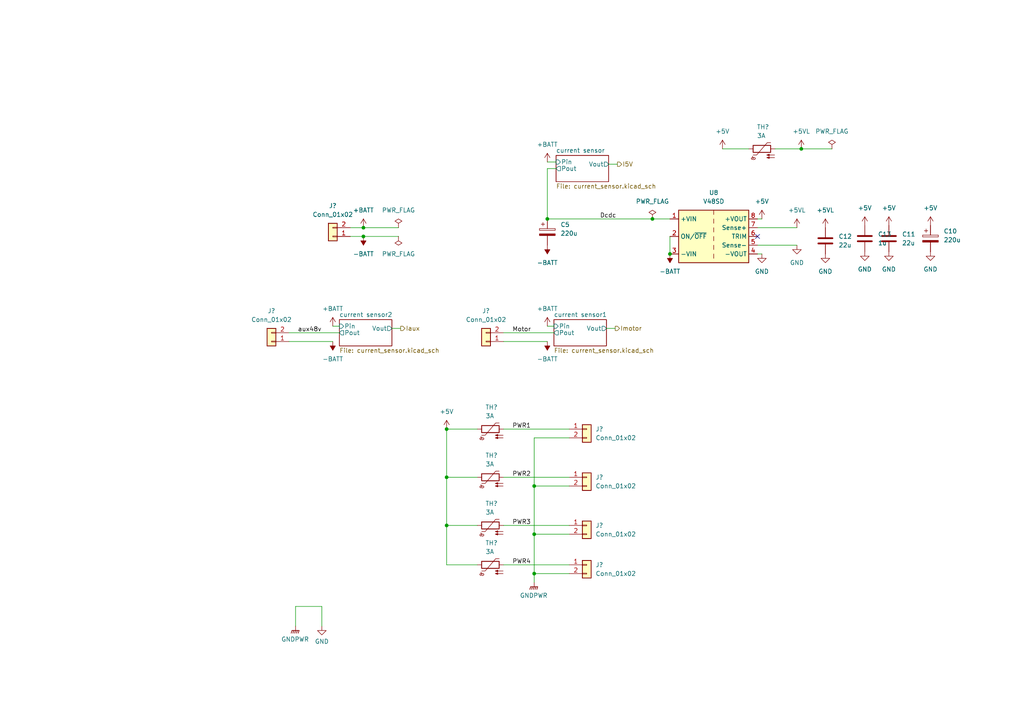
<source format=kicad_sch>
(kicad_sch (version 20230121) (generator eeschema)
  (paper "A4")
  (lib_symbols
    (symbol "Connector_Generic:Conn_01x02" (pin_names (offset 1.016) hide)
      (property "Reference" "J" (at 0 2.54 0))
      (property "Value" "Conn_01x02" (at 0 -5.08 0))
      (symbol "Conn_01x02_1_1"
        (rectangle (start -1.27 -2.413) (end 0 -2.667) (stroke (width 0.1524)))
        (rectangle (start -1.27 0.127) (end 0 -0.127) (stroke (width 0.1524)))
        (rectangle (start -1.27 1.27) (end 1.27 -3.81) (stroke (width 0.254)) (fill (type background)))
        (pin passive line (at -5.08 0 0) (length 3.81) (name "Pin_1") (number "1"))
        (pin passive line (at -5.08 -2.54 0) (length 3.81) (name "Pin_2") (number "2"))
      )
    )
    (symbol "Device:C" (pin_numbers hide) (pin_names (offset 0.254))
      (property "Reference" "C" (at 0.635 2.54 0))
      (property "Value" "C" (at 0.635 -2.54 0))
      (symbol "C_0_1"
        (polyline (pts (xy -2.032 -0.762) (xy 2.032 -0.762)) (stroke (width 0.508)))
        (polyline (pts (xy -2.032 0.762) (xy 2.032 0.762)) (stroke (width 0.508)))
      )
      (symbol "C_1_1"
        (pin passive line (at 0 3.81 270) (length 2.794) (name "~") (number "1"))
        (pin passive line (at 0 -3.81 90) (length 2.794) (name "~") (number "2"))
      )
    )
    (symbol "Device:C_Polarized" (pin_numbers hide) (pin_names (offset 0.254))
      (property "Reference" "C" (at 0.635 2.54 0))
      (property "Value" "C_Polarized" (at 0.635 -2.54 0))
      (symbol "C_Polarized_0_1"
        (rectangle (start -2.286 0.508) (end 2.286 1.016))
        (polyline (pts (xy -1.778 2.286) (xy -0.762 2.286)))
        (polyline (pts (xy -1.27 2.794) (xy -1.27 1.778)))
        (rectangle (start 2.286 -0.508) (end -2.286 -1.016) (fill (type outline)))
      )
      (symbol "C_Polarized_1_1"
        (pin passive line (at 0 3.81 270) (length 2.794) (name "~") (number "1"))
        (pin passive line (at 0 -3.81 90) (length 2.794) (name "~") (number "2"))
      )
    )
    (symbol "Device:Thermistor_PTC" (pin_numbers hide) (pin_names (offset 0))
      (property "Reference" "TH" (at -4.064 0 90))
      (property "Value" "Thermistor_PTC" (at 3.048 0 90))
      (symbol "Thermistor_PTC_0_1"
        (arc (start -3.048 2.159) (mid -3.0495 2.3143) (end -3.175 2.413))
        (arc (start -3.048 2.159) (mid -2.9736 1.9794) (end -2.794 1.905))
        (arc (start -3.048 2.794) (mid -2.9736 2.6144) (end -2.794 2.54))
        (arc (start -2.794 1.905) (mid -2.6144 1.9794) (end -2.54 2.159))
        (arc (start -2.794 2.54) (mid -2.4393 2.5587) (end -2.159 2.794))
        (arc (start -2.794 3.048) (mid -2.9736 2.9736) (end -3.048 2.794))
        (arc (start -2.54 2.794) (mid -2.6144 2.9736) (end -2.794 3.048))
        (rectangle (start -1.016 2.54) (end 1.016 -2.54) (stroke (width 0.254)))
        (polyline (pts (xy -2.54 2.159) (xy -2.54 2.794)))
        (polyline (pts (xy -1.778 2.54) (xy -1.778 1.524) (xy 1.778 -1.524) (xy 1.778 -2.54)))
        (polyline (pts (xy -2.54 -3.683) (xy -2.54 -1.397) (xy -2.794 -2.159) (xy -2.286 -2.159) (xy -2.54 -1.397) (xy -2.54 -1.651)) (fill (type outline)))
        (polyline (pts (xy -1.778 -3.683) (xy -1.778 -1.397) (xy -2.032 -2.159) (xy -1.524 -2.159) (xy -1.778 -1.397) (xy -1.778 -1.651)) (fill (type outline)))
      )
      (symbol "Thermistor_PTC_1_1"
        (pin passive line (at 0 3.81 270) (length 1.27) (name "~") (number "1"))
        (pin passive line (at 0 -3.81 90) (length 1.27) (name "~") (number "2"))
      )
    )
    (symbol "additional:V48SD"
      (property "Reference" "U" (at 0 11.43 0))
      (property "Value" "V48SD" (at 0 8.89 0))
      (symbol "V48SD_0_1"
        (rectangle (start -10.16 7.62) (end 10.16 -7.62) (stroke (width 0.254)) (fill (type background)))
        (polyline (pts (xy 0 -5.08) (xy 0 -6.35)))
        (polyline (pts (xy 0 -2.54) (xy 0 -3.81)))
        (polyline (pts (xy 0 0) (xy 0 -1.27)))
        (polyline (pts (xy 0 2.54) (xy 0 1.27)))
        (polyline (pts (xy 0 5.08) (xy 0 3.81)))
        (polyline (pts (xy 0 7.62) (xy 0 6.35)))
      )
      (symbol "V48SD_1_1"
        (pin power_in line (at -12.7 5.08 0) (length 2.54) (name "+VIN") (number "1"))
        (pin input line (at -12.7 0 0) (length 2.54) (name "ON/~{OFF}") (number "2"))
        (pin power_in line (at -12.7 -5.08 0) (length 2.54) (name "-VIN") (number "3"))
        (pin power_out line (at 12.7 -5.08 180) (length 2.54) (name "-VOUT") (number "4"))
        (pin input line (at 12.7 -2.54 180) (length 2.54) (name "Sense-") (number "5"))
        (pin passive line (at 12.7 0 180) (length 2.54) (name "TRIM") (number "6"))
        (pin input line (at 12.7 2.54 180) (length 2.54) (name "Sense+") (number "7"))
        (pin power_out line (at 12.7 5.08 180) (length 2.54) (name "+VOUT") (number "8"))
      )
    )
    (symbol "power:+5V" (power) (pin_names (offset 0))
      (property "Value" "+5V" (at 0 3.556 0))
      (symbol "+5V_0_1"
        (polyline (pts (xy -0.762 1.27) (xy 0 2.54)))
        (polyline (pts (xy 0 0) (xy 0 2.54)))
        (polyline (pts (xy 0 2.54) (xy 0.762 1.27)))
      )
      (symbol "+5V_1_1"
        (pin power_in line (at 0 0 90) (length 0) hide (name "+5V") (number "1"))
      )
    )
    (symbol "power:+5VL" (power) (pin_names (offset 0))
      (property "Value" "+5VL" (at 0 3.556 0))
      (symbol "+5VL_0_1"
        (polyline (pts (xy -0.762 1.27) (xy 0 2.54)))
        (polyline (pts (xy 0 0) (xy 0 2.54)))
        (polyline (pts (xy 0 2.54) (xy 0.762 1.27)))
      )
      (symbol "+5VL_1_1"
        (pin power_in line (at 0 0 90) (length 0) hide (name "+5VL") (number "1"))
      )
    )
    (symbol "power:+BATT" (power) (pin_names (offset 0))
      (property "Value" "+BATT" (at 0 3.556 0))
      (symbol "+BATT_0_1"
        (polyline (pts (xy -0.762 1.27) (xy 0 2.54)))
        (polyline (pts (xy 0 0) (xy 0 2.54)))
        (polyline (pts (xy 0 2.54) (xy 0.762 1.27)))
      )
      (symbol "+BATT_1_1"
        (pin power_in line (at 0 0 90) (length 0) hide (name "+BATT") (number "1"))
      )
    )
    (symbol "power:-BATT" (power) (pin_names (offset 0))
      (property "Value" "-BATT" (at 0 3.556 0))
      (symbol "-BATT_0_1"
        (polyline (pts (xy 0 0) (xy 0 2.54)))
        (polyline (pts (xy 0.762 1.27) (xy -0.762 1.27) (xy 0 2.54) (xy 0.762 1.27)) (fill (type outline)))
      )
      (symbol "-BATT_1_1"
        (pin power_in line (at 0 0 90) (length 0) hide (name "-BATT") (number "1"))
      )
    )
    (symbol "power:GND" (power) (pin_names (offset 0))
      (property "Value" "GND" (at 0 -3.81 0))
      (symbol "GND_0_1"
        (polyline (pts (xy 0 0) (xy 0 -1.27) (xy 1.27 -1.27) (xy 0 -2.54) (xy -1.27 -1.27) (xy 0 -1.27)))
      )
      (symbol "GND_1_1"
        (pin power_in line (at 0 0 270) (length 0) hide (name "GND") (number "1"))
      )
    )
    (symbol "power:GNDPWR" (power) (pin_names (offset 0))
      (property "Value" "GNDPWR" (at 0 -3.302 0))
      (symbol "GNDPWR_0_1"
        (polyline (pts (xy 0 -1.27) (xy 0 0)))
        (polyline (pts (xy -1.016 -1.27) (xy -1.27 -2.032) (xy -1.27 -2.032)) (stroke (width 0.2032)))
        (polyline (pts (xy -0.508 -1.27) (xy -0.762 -2.032) (xy -0.762 -2.032)) (stroke (width 0.2032)))
        (polyline (pts (xy 0 -1.27) (xy -0.254 -2.032) (xy -0.254 -2.032)) (stroke (width 0.2032)))
        (polyline (pts (xy 0.508 -1.27) (xy 0.254 -2.032) (xy 0.254 -2.032)) (stroke (width 0.2032)))
        (polyline (pts (xy 1.016 -1.27) (xy -1.016 -1.27) (xy -1.016 -1.27)) (stroke (width 0.2032)))
        (polyline (pts (xy 1.016 -1.27) (xy 0.762 -2.032) (xy 0.762 -2.032) (xy 0.762 -2.032)) (stroke (width 0.2032)))
      )
      (symbol "GNDPWR_1_1"
        (pin power_in line (at 0 0 270) (length 0) hide (name "GNDPWR") (number "1"))
      )
    )
    (symbol "power:PWR_FLAG" (power) (pin_numbers hide) (pin_names (offset 0) hide)
      (property "Value" "PWR_FLAG" (at 0 3.81 0))
      (symbol "PWR_FLAG_0_0"
        (pin power_out line (at 0 0 90) (length 0) (name "pwr") (number "1"))
      )
      (symbol "PWR_FLAG_0_1"
        (polyline (pts (xy 0 0) (xy 0 1.27) (xy -1.016 1.905) (xy 0 2.54) (xy 1.016 1.905) (xy 0 1.27)))
      )
    )
  )
  (junction (at 105.41 68.58))
  (junction (at 105.41 66.04))
  (junction (at 189.23 63.5))
  (junction (at 154.94 140.97))
  (junction (at 154.94 166.37))
  (junction (at 158.75 63.5))
  (junction (at 129.54 152.4))
  (junction (at 154.94 154.94))
  (junction (at 129.54 124.46))
  (junction (at 232.41 43.18))
  (junction (at 129.54 138.43))
  (junction (at 194.31 73.66))
  (no_connect (at 219.71 68.58))
  (wire (pts (xy 189.23 63.5) (xy 194.31 63.5)))
  (wire (pts (xy 129.54 138.43) (xy 138.43 138.43)))
  (wire (pts (xy 105.41 66.04) (xy 101.6 66.04)))
  (wire (pts (xy 154.94 140.97) (xy 154.94 154.94)))
  (wire (pts (xy 146.05 99.06) (xy 158.75 99.06)))
  (wire (pts (xy 175.895 95.25) (xy 178.435 95.25)))
  (wire (pts (xy 220.98 63.5) (xy 219.71 63.5)))
  (wire (pts (xy 165.1 163.83) (xy 146.05 163.83)))
  (wire (pts (xy 219.71 73.66) (xy 220.98 73.66)))
  (wire (pts (xy 219.71 66.04) (xy 231.14 66.04)))
  (wire (pts (xy 154.94 166.37) (xy 154.94 168.91)))
  (wire (pts (xy 146.05 152.4) (xy 165.1 152.4)))
  (wire (pts (xy 85.725 175.895) (xy 93.345 175.895)))
  (wire (pts (xy 176.53 47.625) (xy 179.07 47.625)))
  (wire (pts (xy 158.75 48.895) (xy 161.29 48.895)))
  (wire (pts (xy 105.41 68.58) (xy 101.6 68.58)))
  (wire (pts (xy 105.41 66.04) (xy 115.57 66.04)))
  (wire (pts (xy 146.05 138.43) (xy 165.1 138.43)))
  (wire (pts (xy 83.82 96.52) (xy 98.425 96.52)))
  (wire (pts (xy 113.665 95.25) (xy 116.205 95.25)))
  (wire (pts (xy 146.05 124.46) (xy 165.1 124.46)))
  (wire (pts (xy 129.54 124.46) (xy 138.43 124.46)))
  (wire (pts (xy 154.94 154.94) (xy 165.1 154.94)))
  (wire (pts (xy 154.94 140.97) (xy 165.1 140.97)))
  (wire (pts (xy 105.41 68.58) (xy 115.57 68.58)))
  (wire (pts (xy 96.52 94.615) (xy 98.425 94.615)))
  (wire (pts (xy 129.54 152.4) (xy 129.54 163.83)))
  (wire (pts (xy 154.94 154.94) (xy 154.94 166.37)))
  (wire (pts (xy 158.75 48.895) (xy 158.75 63.5)))
  (wire (pts (xy 224.79 43.18) (xy 232.41 43.18)))
  (wire (pts (xy 129.54 163.83) (xy 138.43 163.83)))
  (wire (pts (xy 129.54 138.43) (xy 129.54 152.4)))
  (wire (pts (xy 209.55 43.18) (xy 217.17 43.18)))
  (wire (pts (xy 158.75 63.5) (xy 189.23 63.5)))
  (wire (pts (xy 83.82 99.06) (xy 96.52 99.06)))
  (wire (pts (xy 158.75 94.615) (xy 160.655 94.615)))
  (wire (pts (xy 93.345 175.895) (xy 93.345 181.61)))
  (wire (pts (xy 129.54 124.46) (xy 129.54 138.43)))
  (wire (pts (xy 146.05 96.52) (xy 160.655 96.52)))
  (wire (pts (xy 194.31 68.58) (xy 194.31 73.66)))
  (wire (pts (xy 232.41 43.18) (xy 241.3 43.18)))
  (wire (pts (xy 129.54 152.4) (xy 138.43 152.4)))
  (wire (pts (xy 158.75 46.99) (xy 161.29 46.99)))
  (wire (pts (xy 165.1 127) (xy 154.94 127)))
  (wire (pts (xy 154.94 127) (xy 154.94 140.97)))
  (wire (pts (xy 85.725 175.895) (xy 85.725 181.61)))
  (wire (pts (xy 219.71 71.12) (xy 231.14 71.12)))
  (wire (pts (xy 154.94 166.37) (xy 165.1 166.37)))
  (label "Motor" (at 148.59 96.52 0))
  (label "Dcdc" (at 173.99 63.5 0))
  (label "PWR2" (at 148.59 138.43 0))
  (label "PWR1" (at 148.59 124.46 0))
  (label "PWR4" (at 148.59 163.83 0))
  (label "PWR3" (at 148.59 152.4 0))
  (label "aux48v" (at 86.36 96.52 0))
  (hierarchical_label "Iaux" (shape output) (at 116.205 95.25 0))
  (hierarchical_label "Imotor" (shape output) (at 178.435 95.25 0))
  (hierarchical_label "I5V" (shape output) (at 179.07 47.625 0))
  (symbol (lib_id "power:GND") (at 269.875 73.025 0) (unit 1)
    (property "Reference" "#PWR0106" (effects hide))
    (property "Value" "GND" (at 269.875 78.105 0))
  )
  (symbol (lib_id "Device:C_Polarized") (at 158.75 67.31 0) (unit 1)
    (property "Reference" "C5" (at 162.56 65.151 0) (effects (justify left)))
    (property "Value" "220u" (at 162.56 67.691 0) (effects (justify left)))
    (property "Footprint" "Capacitor_THT:CP_Radial_D16.0mm_P7.50mm" (effects hide))
    (property "Mouser" "EKY-101ELL221ML20S" (effects hide))
    (property "mouser" "EKY-101ELL221ML20S" (effects hide))
  )
  (symbol (lib_id "Device:C") (at 239.395 69.85 0) (unit 1)
    (property "Reference" "C12" (at 243.205 68.58 0) (effects (justify left)))
    (property "Value" "22u" (at 243.205 71.12 0) (effects (justify left)))
    (property "Footprint" "Capacitor_SMD:C_1210_3225Metric" (effects hide))
    (property "Mouser" "CL32B226MOJNNNE" (effects hide))
    (property "mouser" "CL32B226MOJNNNE" (effects hide))
  )
  (symbol (lib_id "power:GND") (at 239.395 73.66 0) (unit 1)
    (property "Reference" "#PWR0102" (effects hide))
    (property "Value" "GND" (at 239.395 78.74 0))
  )
  (symbol (lib_id "Connector_Generic:Conn_01x02") (at 170.18 163.83 0) (unit 1)
    (property "Reference" "J?" (at 172.72 163.83 0) (effects (justify left)))
    (property "Value" "Conn_01x02" (at 172.72 166.37 0) (effects (justify left)))
    (property "Footprint" "Connector_JST:JST_XH_B2B-XH-A_1x02_P2.50mm_Vertical" (effects hide))
    (instances (project "speedomobile" (path "" (reference "J?") (unit 1)) (path "" (reference "J18") (unit 1))))
  )
  (symbol (lib_id "power:-BATT") (at 158.75 99.06 180) (unit 1)
    (property "Reference" "#PWR080" (effects hide))
    (property "Value" "-BATT" (at 158.75 104.14 0))
  )
  (symbol (lib_id "power:-BATT") (at 105.41 68.58 180) (unit 1)
    (property "Reference" "#PWR073" (effects hide))
    (property "Value" "-BATT" (at 105.41 73.66 0))
  )
  (symbol (lib_id "Connector_Generic:Conn_01x02") (at 78.74 99.06 180) (unit 1)
    (property "Reference" "J?" (at 78.74 90.17 0))
    (property "Value" "Conn_01x02" (at 78.74 92.71 0))
    (property "Footprint" "Connector_AMASS:AMASS_XT60-F_1x02_P7.20mm_Vertical" (effects hide))
    (instances (project "speedomobile" (path "" (reference "J?") (unit 1)) (path "" (reference "J30") (unit 1))))
  )
  (symbol (lib_id "additional:V48SD") (at 207.01 68.58 0) (unit 1)
    (property "Reference" "U8" (at 207.01 55.88 0))
    (property "Value" "V48SD" (at 207.01 58.42 0))
    (property "Footprint" "additional:VCB48" (effects hide))
    (property "Datasheet" "https://www.mouser.fr/datasheet/2/632/DS_V48SD_120W-3106698.pdf" (effects hide))
    (property "mouser" " 108-V48SK05040NRFH " (effects hide))
  )
  (symbol (lib_id "power:+BATT") (at 105.41 66.04 0) (unit 1)
    (property "Reference" "#PWR072" (effects hide))
    (property "Value" "+BATT" (at 105.41 60.96 0))
  )
  (symbol (lib_id "Device:C") (at 257.81 69.215 0) (unit 1)
    (property "Reference" "C11" (at 261.62 67.945 0) (effects (justify left)))
    (property "Value" "22u" (at 261.62 70.485 0) (effects (justify left)))
    (property "Footprint" "Capacitor_SMD:C_1210_3225Metric" (effects hide))
    (property "Mouser" "CL32B226MOJNNNE" (effects hide))
    (property "mouser" "CL32B226MOJNNNE" (effects hide))
  )
  (symbol (lib_id "Connector_Generic:Conn_01x02") (at 170.18 124.46 0) (unit 1)
    (property "Reference" "J?" (at 172.72 124.46 0) (effects (justify left)))
    (property "Value" "Conn_01x02" (at 172.72 127 0) (effects (justify left)))
    (property "Footprint" "Connector_JST:JST_XH_B2B-XH-A_1x02_P2.50mm_Vertical" (effects hide))
    (instances (project "speedomobile" (path "" (reference "J?") (unit 1)) (path "" (reference "J20") (unit 1))))
  )
  (symbol (lib_id "power:+BATT") (at 96.52 94.615 0) (unit 1)
    (property "Reference" "#PWR071" (effects hide))
    (property "Value" "+BATT" (at 96.52 89.535 0))
  )
  (symbol (lib_id "power:GNDPWR") (at 85.725 181.61 0) (unit 1)
    (property "Reference" "#PWR038" (effects hide))
    (property "Value" "GNDPWR" (at 85.598 185.42 0))
  )
  (symbol (lib_id "power:+5V") (at 257.81 65.405 0) (unit 1)
    (property "Reference" "#PWR093" (effects hide))
    (property "Value" "+5V" (at 257.81 60.325 0))
  )
  (symbol (lib_id "Device:C_Polarized") (at 269.875 69.215 0) (unit 1)
    (property "Reference" "C10" (at 273.685 67.056 0) (effects (justify left)))
    (property "Value" "220u" (at 273.685 69.596 0) (effects (justify left)))
    (property "Footprint" "Capacitor_THT:CP_Radial_D16.0mm_P7.50mm" (effects hide))
    (property "Mouser" "EKY-101ELL221ML20S" (effects hide))
    (property "mouser" "EKY-101ELL221ML20S" (effects hide))
  )
  (symbol (lib_id "Device:Thermistor_PTC") (at 142.24 163.83 90) (unit 1)
    (property "Reference" "TH?" (at 142.5575 157.48 90))
    (property "Value" "3A " (at 142.5575 160.02 90))
    (property "Footprint" "Resistor_SMD:R_1210_3225Metric" (effects hide))
    (property "mouser" " 504-PTSLR12106V300" (effects hide))
    (instances (project "speedomobile" (path "" (reference "TH?") (unit 1)) (path "" (reference "TH12") (unit 1))))
  )
  (symbol (lib_id "Connector_Generic:Conn_01x02") (at 140.97 99.06 180) (unit 1)
    (property "Reference" "J?" (at 140.97 90.17 0))
    (property "Value" "Conn_01x02" (at 140.97 92.71 0))
    (property "Footprint" "Connector_AMASS:AMASS_XT60-F_1x02_P7.20mm_Vertical" (effects hide))
    (instances (project "speedomobile" (path "" (reference "J?") (unit 1)) (path "" (reference "J34") (unit 1))))
  )
  (symbol (lib_id "power:+5V") (at 250.825 65.405 0) (unit 1)
    (property "Reference" "#PWR099" (effects hide))
    (property "Value" "+5V" (at 250.825 60.325 0))
  )
  (symbol (lib_id "power:+5VL") (at 232.41 43.18 0) (unit 1)
    (property "Reference" "#PWR?" (effects hide))
    (property "Value" "+5VL" (at 232.41 38.1 0))
    (instances (project "speedomobile" (path "" (reference "#PWR?") (unit 1)) (path "" (reference "#PWR0100") (unit 1))))
  )
  (symbol (lib_id "Device:C") (at 250.825 69.215 0) (unit 1)
    (property "Reference" "C13" (at 254.635 67.945 0) (effects (justify left)))
    (property "Value" "1u" (at 254.635 70.485 0) (effects (justify left)))
    (property "Footprint" "Capacitor_SMD:C_1206_3216Metric" (effects hide))
    (property "mouser" " 187-CL31B105KBHNFNE " (effects hide))
  )
  (symbol (lib_id "power:PWR_FLAG") (at 115.57 66.04 0) (unit 1)
    (property "Reference" "#FLG?" (effects hide))
    (property "Value" "PWR_FLAG" (at 115.57 60.96 0))
    (instances (project "speedomobile" (path "" (reference "#FLG?") (unit 1)) (path "" (reference "#FLG02") (unit 1))))
  )
  (symbol (lib_id "power:PWR_FLAG") (at 241.3 43.18 0) (unit 1)
    (property "Reference" "#FLG?" (effects hide))
    (property "Value" "PWR_FLAG" (at 241.3 38.1 0))
    (instances (project "speedomobile" (path "" (reference "#FLG?") (unit 1)) (path "" (reference "#FLG05") (unit 1))))
  )
  (symbol (lib_id "power:+BATT") (at 158.75 94.615 0) (unit 1)
    (property "Reference" "#PWR087" (effects hide))
    (property "Value" "+BATT" (at 158.75 89.535 0))
  )
  (symbol (lib_id "power:+5VL") (at 239.395 66.04 0) (unit 1)
    (property "Reference" "#PWR0101" (effects hide))
    (property "Value" "+5VL" (at 239.395 60.96 0))
  )
  (symbol (lib_id "Device:Thermistor_PTC") (at 220.98 43.18 90) (unit 1)
    (property "Reference" "TH?" (at 221.2975 36.83 90))
    (property "Value" "3A " (at 221.2975 39.37 90))
    (property "Footprint" "Resistor_SMD:R_1210_3225Metric" (effects hide))
    (property "mouser" " 504-PTSLR12106V300" (effects hide))
    (instances (project "speedomobile" (path "" (reference "TH?") (unit 1)) (path "" (reference "TH13") (unit 1))))
  )
  (symbol (lib_id "power:-BATT") (at 194.31 73.66 180) (unit 1)
    (property "Reference" "#PWR091" (effects hide))
    (property "Value" "-BATT" (at 194.31 78.74 0))
  )
  (symbol (lib_id "power:-BATT") (at 158.75 71.12 180) (unit 1)
    (property "Reference" "#PWR079" (effects hide))
    (property "Value" "-BATT" (at 158.75 76.2 0))
  )
  (symbol (lib_id "power:+5VL") (at 231.14 66.04 0) (unit 1)
    (property "Reference" "#PWR097" (effects hide))
    (property "Value" "+5VL" (at 231.14 60.96 0))
  )
  (symbol (lib_id "power:+5V") (at 129.54 124.46 0) (unit 1)
    (property "Reference" "#PWR?" (effects hide))
    (property "Value" "+5V" (at 129.54 119.38 0))
    (instances (project "speedomobile" (path "" (reference "#PWR?") (unit 1)) (path "" (reference "#PWR075") (unit 1))))
  )
  (symbol (lib_id "power:+5V") (at 220.98 63.5 0) (unit 1)
    (property "Reference" "#PWR095" (effects hide))
    (property "Value" "+5V" (at 220.98 58.42 0))
  )
  (symbol (lib_id "Connector_Generic:Conn_01x02") (at 170.18 152.4 0) (unit 1)
    (property "Reference" "J?" (at 172.72 152.4 0) (effects (justify left)))
    (property "Value" "Conn_01x02" (at 172.72 154.94 0) (effects (justify left)))
    (property "Footprint" "Connector_JST:JST_XH_B2B-XH-A_1x02_P2.50mm_Vertical" (effects hide))
    (instances (project "speedomobile" (path "" (reference "J?") (unit 1)) (path "" (reference "J19") (unit 1))))
  )
  (symbol (lib_id "power:+BATT") (at 158.75 46.99 0) (unit 1)
    (property "Reference" "#PWR05" (effects hide))
    (property "Value" "+BATT" (at 158.75 41.91 0))
  )
  (symbol (lib_id "power:+5V") (at 209.55 43.18 0) (unit 1)
    (property "Reference" "#PWR?" (effects hide))
    (property "Value" "+5V" (at 209.55 38.1 0))
    (instances (project "speedomobile" (path "" (reference "#PWR?") (unit 1)) (path "" (reference "#PWR092") (unit 1))))
  )
  (symbol (lib_id "power:GND") (at 257.81 73.025 0) (unit 1)
    (property "Reference" "#PWR094" (effects hide))
    (property "Value" "GND" (at 257.81 78.105 0))
  )
  (symbol (lib_id "Device:Thermistor_PTC") (at 142.24 124.46 90) (unit 1)
    (property "Reference" "TH?" (at 142.5575 118.11 90))
    (property "Value" "3A " (at 142.5575 120.65 90))
    (property "Footprint" "Resistor_SMD:R_1210_3225Metric" (effects hide))
    (property "mouser" " 504-PTSLR12106V300" (effects hide))
    (instances (project "speedomobile" (path "" (reference "TH?") (unit 1)) (path "" (reference "TH9") (unit 1))))
  )
  (symbol (lib_id "Connector_Generic:Conn_01x02") (at 96.52 68.58 180) (unit 1)
    (property "Reference" "J?" (at 96.52 59.69 0))
    (property "Value" "Conn_01x02" (at 96.52 62.23 0))
    (property "Footprint" "Connector_AMASS:AMASS_XT60-M_1x02_P7.20mm_Vertical" (effects hide))
    (instances (project "speedomobile" (path "" (reference "J?") (unit 1)) (path "" (reference "J32") (unit 1))))
  )
  (symbol (lib_id "Device:Thermistor_PTC") (at 142.24 138.43 90) (unit 1)
    (property "Reference" "TH?" (at 142.5575 132.08 90))
    (property "Value" "3A " (at 142.5575 134.62 90))
    (property "Footprint" "Resistor_SMD:R_1210_3225Metric" (effects hide))
    (property "mouser" " 504-PTSLR12106V300" (effects hide))
    (instances (project "speedomobile" (path "" (reference "TH?") (unit 1)) (path "" (reference "TH10") (unit 1))))
  )
  (symbol (lib_id "power:-BATT") (at 96.52 99.06 180) (unit 1)
    (property "Reference" "#PWR074" (effects hide))
    (property "Value" "-BATT" (at 96.52 104.14 0))
  )
  (symbol (lib_id "power:GNDPWR") (at 154.94 168.91 0) (unit 1)
    (property "Reference" "#PWR078" (effects hide))
    (property "Value" "GNDPWR" (at 154.813 172.72 0))
  )
  (symbol (lib_id "Device:Thermistor_PTC") (at 142.24 152.4 90) (unit 1)
    (property "Reference" "TH?" (at 142.5575 146.05 90))
    (property "Value" "3A " (at 142.5575 148.59 90))
    (property "Footprint" "Resistor_SMD:R_1210_3225Metric" (effects hide))
    (property "mouser" " 504-PTSLR12106V300" (effects hide))
    (instances (project "speedomobile" (path "" (reference "TH?") (unit 1)) (path "" (reference "TH11") (unit 1))))
  )
  (symbol (lib_id "power:GND") (at 93.345 181.61 0) (unit 1)
    (property "Reference" "#PWR039" (effects hide))
    (property "Value" "GND" (at 93.345 186.055 0))
  )
  (symbol (lib_id "Connector_Generic:Conn_01x02") (at 170.18 138.43 0) (unit 1)
    (property "Reference" "J?" (at 172.72 138.43 0) (effects (justify left)))
    (property "Value" "Conn_01x02" (at 172.72 140.97 0) (effects (justify left)))
    (property "Footprint" "Connector_JST:JST_XH_B2B-XH-A_1x02_P2.50mm_Vertical" (effects hide))
    (instances (project "speedomobile" (path "" (reference "J?") (unit 1)) (path "" (reference "J21") (unit 1))))
  )
  (symbol (lib_id "power:PWR_FLAG") (at 189.23 63.5 0) (unit 1)
    (property "Reference" "#FLG04" (effects hide))
    (property "Value" "PWR_FLAG" (at 189.23 58.42 0))
  )
  (symbol (lib_id "power:+5V") (at 269.875 65.405 0) (unit 1)
    (property "Reference" "#PWR0105" (effects hide))
    (property "Value" "+5V" (at 269.875 60.325 0))
  )
  (symbol (lib_id "power:GND") (at 250.825 73.025 0) (unit 1)
    (property "Reference" "#PWR098" (effects hide))
    (property "Value" "GND" (at 250.825 78.105 0))
  )
  (symbol (lib_id "power:PWR_FLAG") (at 115.57 68.58 180) (unit 1)
    (property "Reference" "#FLG?" (effects hide))
    (property "Value" "PWR_FLAG" (at 115.57 73.66 0))
    (instances (project "speedomobile" (path "" (reference "#FLG?") (unit 1)) (path "" (reference "#FLG03") (unit 1))))
  )
  (symbol (lib_id "power:GND") (at 220.98 73.66 0) (unit 1)
    (property "Reference" "#PWR096" (effects hide))
    (property "Value" "GND" (at 220.98 78.74 0))
  )
  (symbol (lib_id "power:GND") (at 231.14 71.12 0) (unit 1)
    (property "Reference" "#PWR0165" (effects hide))
    (property "Value" "GND" (at 231.14 76.2 0))
  )
  (sheet (at 161.29 45.085) (size 15.24 7.62) (stroke (width 0.1524))
    (property "Sheetname" "current sensor" (at 161.29 44.3734 0) (effects (justify left bottom)))
    (property "Sheetfile" "current_sensor.kicad_sch" (at 161.29 53.2896 0) (effects (justify left top)))
    (pin "Vout" output (at 176.53 47.625 0))
    (pin "Pin" input (at 161.29 46.99 180))
    (pin "Pout" output (at 161.29 48.895 180))
  )
  (sheet (at 160.655 92.71) (size 15.24 7.62) (stroke (width 0.1524))
    (property "Sheetname" "current sensor1" (at 160.655 91.9984 0) (effects (justify left bottom)))
    (property "Sheetfile" "current_sensor.kicad_sch" (at 160.655 100.9146 0) (effects (justify left top)))
    (pin "Vout" output (at 175.895 95.25 0))
    (pin "Pin" input (at 160.655 94.615 180))
    (pin "Pout" output (at 160.655 96.52 180))
  )
  (sheet (at 98.425 92.71) (size 15.24 7.62) (stroke (width 0.1524))
    (property "Sheetname" "current sensor2" (at 98.425 91.9984 0) (effects (justify left bottom)))
    (property "Sheetfile" "current_sensor.kicad_sch" (at 98.425 100.9146 0) (effects (justify left top)))
    (pin "Vout" output (at 113.665 95.25 0))
    (pin "Pin" input (at 98.425 94.615 180))
    (pin "Pout" output (at 98.425 96.52 180))
  )
)
</source>
